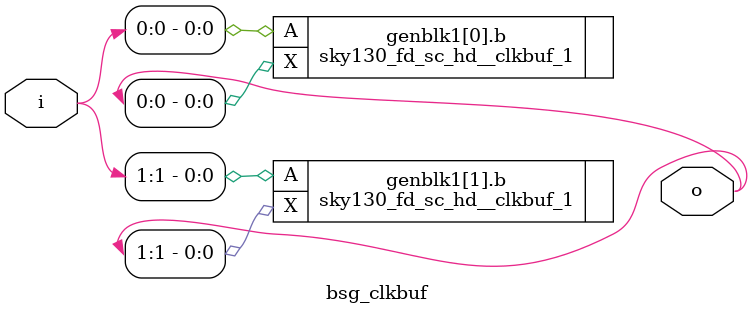
<source format=sv>
module bsg_clkbuf #(parameter width_p=2)
   (input    [width_p-1:0] i
    , output [width_p-1:0] o
    );

    for (genvar j = 0; j < width_p; j++)
      sky130_fd_sc_hd__clkbuf_1 b (.X(o[j]), .A(i[j]));

endmodule

</source>
